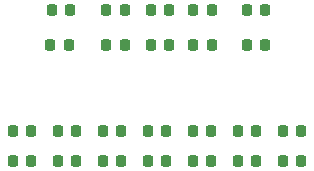
<source format=gbr>
%TF.GenerationSoftware,KiCad,Pcbnew,(6.0.2)*%
%TF.CreationDate,2022-03-09T20:11:30-08:00*%
%TF.ProjectId,IFLFU-test-all,49464c46-552d-4746-9573-742d616c6c2e,rev?*%
%TF.SameCoordinates,Original*%
%TF.FileFunction,Paste,Top*%
%TF.FilePolarity,Positive*%
%FSLAX46Y46*%
G04 Gerber Fmt 4.6, Leading zero omitted, Abs format (unit mm)*
G04 Created by KiCad (PCBNEW (6.0.2)) date 2022-03-09 20:11:30*
%MOMM*%
%LPD*%
G01*
G04 APERTURE LIST*
G04 Aperture macros list*
%AMRoundRect*
0 Rectangle with rounded corners*
0 $1 Rounding radius*
0 $2 $3 $4 $5 $6 $7 $8 $9 X,Y pos of 4 corners*
0 Add a 4 corners polygon primitive as box body*
4,1,4,$2,$3,$4,$5,$6,$7,$8,$9,$2,$3,0*
0 Add four circle primitives for the rounded corners*
1,1,$1+$1,$2,$3*
1,1,$1+$1,$4,$5*
1,1,$1+$1,$6,$7*
1,1,$1+$1,$8,$9*
0 Add four rect primitives between the rounded corners*
20,1,$1+$1,$2,$3,$4,$5,0*
20,1,$1+$1,$4,$5,$6,$7,0*
20,1,$1+$1,$6,$7,$8,$9,0*
20,1,$1+$1,$8,$9,$2,$3,0*%
G04 Aperture macros list end*
%ADD10RoundRect,0.218750X-0.218750X-0.256250X0.218750X-0.256250X0.218750X0.256250X-0.218750X0.256250X0*%
G04 APERTURE END LIST*
D10*
%TO.C,D24*%
X50547500Y-38240000D03*
X48972500Y-38240000D03*
%TD*%
%TO.C,D23*%
X46737500Y-38240000D03*
X45162500Y-38240000D03*
%TD*%
%TO.C,D22*%
X42927500Y-38240000D03*
X41352500Y-38240000D03*
%TD*%
%TO.C,D21*%
X39117500Y-38240000D03*
X37542500Y-38240000D03*
%TD*%
%TO.C,D20*%
X35307500Y-38240000D03*
X33732500Y-38240000D03*
%TD*%
%TO.C,D19*%
X31497500Y-38240000D03*
X29922500Y-38240000D03*
%TD*%
%TO.C,D18*%
X27687500Y-38240000D03*
X26112500Y-38240000D03*
%TD*%
%TO.C,D17*%
X50547500Y-35700000D03*
X48972500Y-35700000D03*
%TD*%
%TO.C,D16*%
X46737500Y-35700000D03*
X45162500Y-35700000D03*
%TD*%
%TO.C,D15*%
X42927500Y-35700000D03*
X41352500Y-35700000D03*
%TD*%
%TO.C,D14*%
X39117500Y-35700000D03*
X37542500Y-35700000D03*
%TD*%
%TO.C,D13*%
X35307500Y-35700000D03*
X33732500Y-35700000D03*
%TD*%
%TO.C,D12*%
X31497500Y-35700000D03*
X29922500Y-35700000D03*
%TD*%
%TO.C,D11*%
X27687500Y-35700000D03*
X26112500Y-35700000D03*
%TD*%
%TO.C,D10*%
X45912500Y-28400000D03*
X47487500Y-28400000D03*
%TD*%
%TO.C,D9*%
X45912500Y-25400000D03*
X47487500Y-25400000D03*
%TD*%
%TO.C,D8*%
X41412500Y-28400000D03*
X42987500Y-28400000D03*
%TD*%
%TO.C,D7*%
X41412500Y-25400000D03*
X42987500Y-25400000D03*
%TD*%
%TO.C,D6*%
X37812500Y-28400000D03*
X39387500Y-28400000D03*
%TD*%
%TO.C,D5*%
X37812500Y-25400000D03*
X39387500Y-25400000D03*
%TD*%
%TO.C,D4*%
X35587500Y-28400000D03*
X34012500Y-28400000D03*
%TD*%
%TO.C,D3*%
X34012500Y-25400000D03*
X35587500Y-25400000D03*
%TD*%
%TO.C,D2*%
X29312500Y-28400000D03*
X30887500Y-28400000D03*
%TD*%
%TO.C,D1*%
X29412500Y-25400000D03*
X30987500Y-25400000D03*
%TD*%
M02*

</source>
